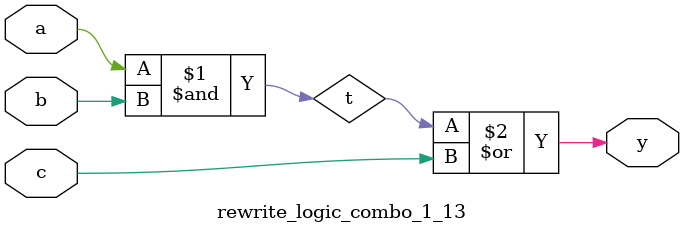
<source format=sv>
module rewrite_logic_combo_1_13(input logic a,b,c, output logic y);
  logic t;
  assign t = a & b;
  assign y = t | c;
endmodule

</source>
